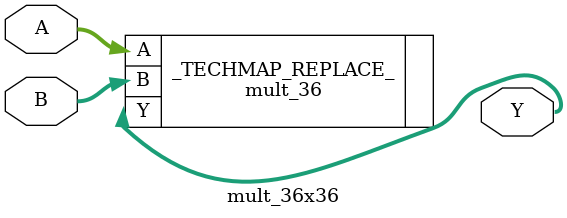
<source format=v>

module mult_36x36 (
  input [0:35] A,
  input [0:35] B,
  output [0:71] Y
);
  parameter A_SIGNED = 0;
  parameter B_SIGNED = 0;
  parameter A_WIDTH = 0;
  parameter B_WIDTH = 0;
  parameter Y_WIDTH = 0;

  mult_36 #() _TECHMAP_REPLACE_ (
    .A    (A),
    .B    (B),
    .Y    (Y) );

endmodule

</source>
